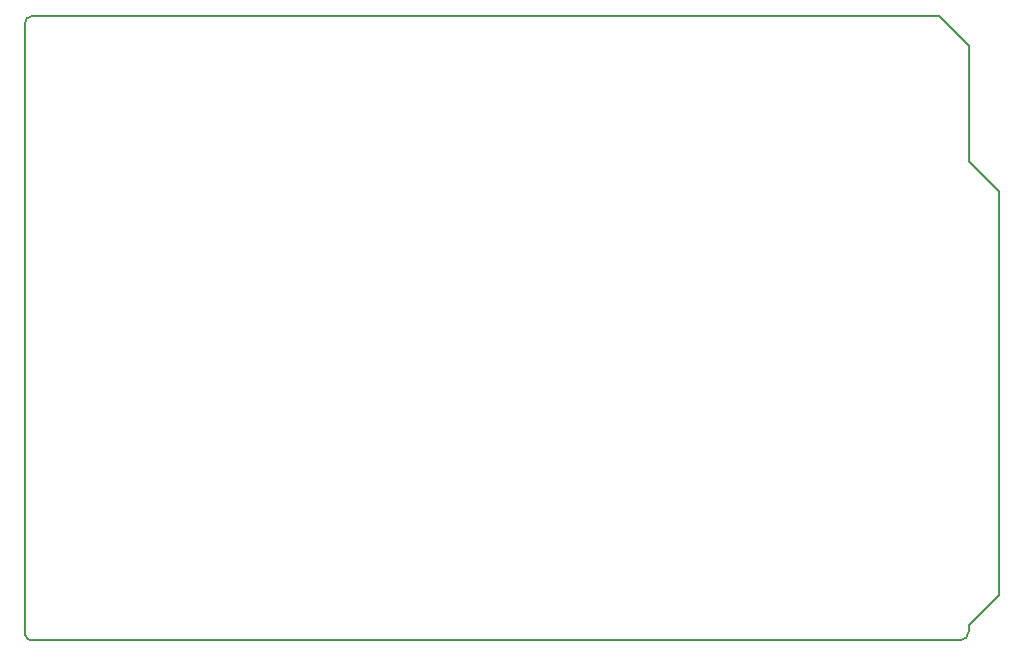
<source format=gbr>
%TF.GenerationSoftware,KiCad,Pcbnew,7.0.2*%
%TF.CreationDate,2023-08-08T17:25:24+02:00*%
%TF.ProjectId,pulse_generator,70756c73-655f-4676-956e-657261746f72,rev?*%
%TF.SameCoordinates,Original*%
%TF.FileFunction,Profile,NP*%
%FSLAX46Y46*%
G04 Gerber Fmt 4.6, Leading zero omitted, Abs format (unit mm)*
G04 Created by KiCad (PCBNEW 7.0.2) date 2023-08-08 17:25:24*
%MOMM*%
%LPD*%
G01*
G04 APERTURE LIST*
%TA.AperFunction,Profile*%
%ADD10C,0.150000*%
%TD*%
G04 APERTURE END LIST*
D10*
X86500000Y-47000000D02*
X163500000Y-47000000D01*
X86000000Y-47500000D02*
X86000000Y-99500000D01*
X166040000Y-59360000D02*
X168580000Y-61900000D01*
X86500000Y-47000000D02*
G75*
G03*
X86000000Y-47500000I0J-500000D01*
G01*
X168580000Y-61900000D02*
X168580000Y-96190000D01*
X165278000Y-100000000D02*
X86500000Y-100000000D01*
X86000000Y-99500000D02*
G75*
G03*
X86500000Y-100000000I500000J0D01*
G01*
X168580000Y-96190000D02*
X166040000Y-98730000D01*
X163500000Y-47000000D02*
X166040000Y-49500000D01*
X165278000Y-100000000D02*
G75*
G03*
X166040000Y-99238000I0J762000D01*
G01*
X166040000Y-49500000D02*
X166040000Y-59360000D01*
X166040000Y-98730000D02*
X166040000Y-99238000D01*
M02*

</source>
